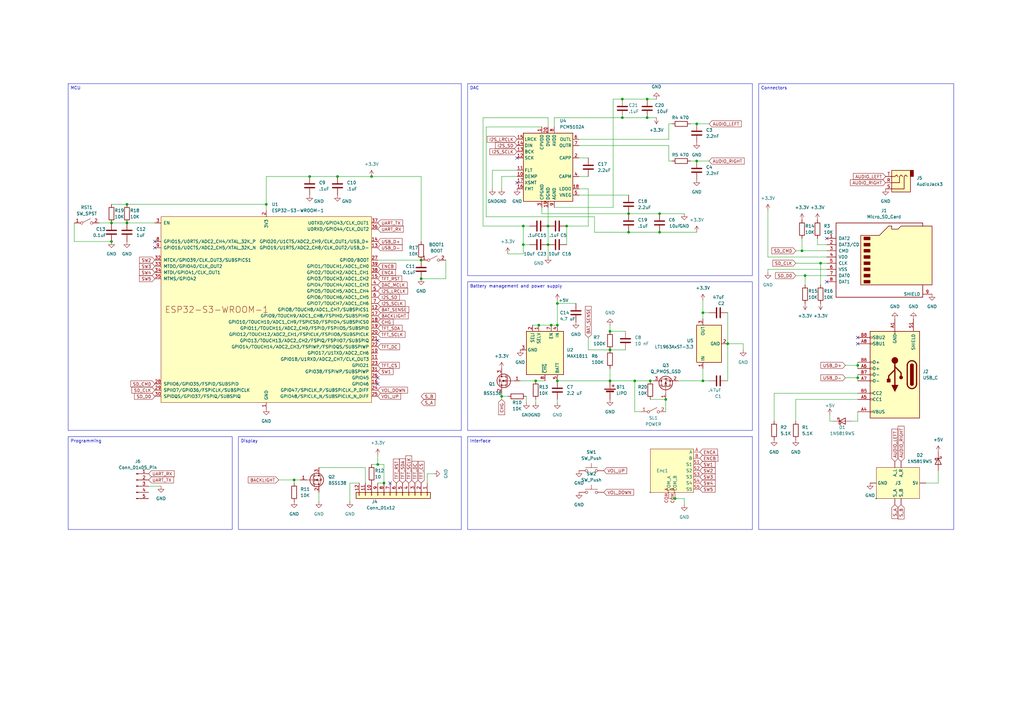
<source format=kicad_sch>
(kicad_sch (version 20231120) (generator "eeschema") (generator_version "8.0")
  (paper "A3")
  (junction (at 351.79 149.86))
  (junction (at 228.6 124.46))
  (junction (at 330.2 113.03))
  (junction (at 250.19 143.51))
  (junction (at 228.6 156.21))
  (junction (at 266.7 156.21))
  (junction (at 138.43 72.39))
  (junction (at 120.65 196.85))
  (junction (at 45.72 99.06))
  (junction (at 214.63 100.33))
  (junction (at 336.55 107.95))
  (junction (at 265.43 48.26))
  (junction (at 228.6 133.35))
  (junction (at 285.75 66.04))
  (junction (at 270.51 95.25))
  (junction (at 260.35 156.21))
  (junction (at 219.71 156.21))
  (junction (at 152.4 72.39))
  (junction (at 328.93 102.87))
  (junction (at 232.41 92.71))
  (junction (at 224.79 100.33))
  (junction (at 270.51 87.63))
  (junction (at 257.81 95.25))
  (junction (at 52.07 83.82))
  (junction (at 172.72 114.3))
  (junction (at 205.74 162.56))
  (junction (at 255.27 40.64))
  (junction (at 127 72.39))
  (junction (at 298.45 140.97))
  (junction (at 220.98 133.35))
  (junction (at 288.29 156.21))
  (junction (at 265.43 40.64))
  (junction (at 257.81 87.63))
  (junction (at 154.94 190.5))
  (junction (at 224.79 92.71))
  (junction (at 157.48 198.12))
  (junction (at 250.19 135.89))
  (junction (at 172.72 106.68))
  (junction (at 288.29 128.27))
  (junction (at 276.86 204.47))
  (junction (at 226.06 133.35))
  (junction (at 285.75 50.8))
  (junction (at 45.72 91.44))
  (junction (at 52.07 91.44))
  (junction (at 250.19 156.21))
  (junction (at 273.05 163.83))
  (junction (at 214.63 92.71))
  (junction (at 351.79 154.94))
  (junction (at 255.27 48.26))
  (junction (at 109.22 83.82))
  (no_connect (at 339.09 115.57))
  (no_connect (at 154.94 139.7))
  (no_connect (at 160.02 198.12))
  (no_connect (at 339.09 97.79))
  (no_connect (at 154.94 157.48))
  (no_connect (at 351.79 140.97))
  (no_connect (at 154.94 154.94))
  (no_connect (at 63.5 101.6))
  (no_connect (at 212.09 64.77))
  (no_connect (at 351.79 138.43))
  (no_connect (at 63.5 99.06))
  (no_connect (at 212.09 74.93))
  (wire (pts (xy 270.51 95.25) (xy 285.75 95.25)))
  (wire (pts (xy 285.75 50.8) (xy 290.83 50.8)))
  (wire (pts (xy 222.25 87.63) (xy 257.81 87.63)))
  (wire (pts (xy 265.43 40.64) (xy 269.24 40.64)))
  (wire (pts (xy 138.43 72.39) (xy 152.4 72.39)))
  (wire (pts (xy 224.79 85.09) (xy 224.79 92.71)))
  (wire (pts (xy 317.5 161.29) (xy 351.79 161.29)))
  (wire (pts (xy 60.96 199.39) (xy 66.04 199.39)))
  (wire (pts (xy 278.13 156.21) (xy 288.29 156.21)))
  (wire (pts (xy 346.71 154.94) (xy 351.79 154.94)))
  (wire (pts (xy 30.48 99.06) (xy 45.72 99.06)))
  (wire (pts (xy 214.63 92.71) (xy 217.17 92.71)))
  (wire (pts (xy 143.51 205.74) (xy 143.51 198.12)))
  (wire (pts (xy 228.6 123.19) (xy 228.6 124.46)))
  (wire (pts (xy 298.45 140.97) (xy 298.45 128.27)))
  (wire (pts (xy 326.39 163.83) (xy 351.79 163.83)))
  (wire (pts (xy 283.21 50.8) (xy 285.75 50.8)))
  (wire (pts (xy 283.21 66.04) (xy 285.75 66.04)))
  (wire (pts (xy 114.3 196.85) (xy 120.65 196.85)))
  (wire (pts (xy 154.94 190.5) (xy 157.48 190.5)))
  (wire (pts (xy 154.94 186.69) (xy 154.94 190.5)))
  (wire (pts (xy 339.09 105.41) (xy 314.96 105.41)))
  (wire (pts (xy 205.74 163.83) (xy 205.74 162.56)))
  (wire (pts (xy 351.79 168.91) (xy 351.79 172.72)))
  (wire (pts (xy 218.44 133.35) (xy 220.98 133.35)))
  (wire (pts (xy 288.29 128.27) (xy 288.29 130.81)))
  (wire (pts (xy 250.19 151.13) (xy 250.19 156.21)))
  (wire (pts (xy 336.55 107.95) (xy 339.09 107.95)))
  (wire (pts (xy 149.86 191.77) (xy 149.86 198.12)))
  (wire (pts (xy 214.63 100.33) (xy 214.63 92.71)))
  (wire (pts (xy 219.71 156.21) (xy 213.36 156.21)))
  (wire (pts (xy 224.79 92.71) (xy 224.79 100.33)))
  (wire (pts (xy 154.94 190.5) (xy 152.4 190.5)))
  (wire (pts (xy 260.35 168.91) (xy 260.35 156.21)))
  (wire (pts (xy 198.12 48.26) (xy 224.79 48.26)))
  (wire (pts (xy 228.6 124.46) (xy 236.22 124.46)))
  (wire (pts (xy 250.19 156.21) (xy 260.35 156.21)))
  (wire (pts (xy 326.39 113.03) (xy 330.2 113.03)))
  (wire (pts (xy 243.84 95.25) (xy 257.81 95.25)))
  (wire (pts (xy 52.07 91.44) (xy 63.5 91.44)))
  (wire (pts (xy 351.79 172.72) (xy 349.25 172.72)))
  (wire (pts (xy 222.25 85.09) (xy 222.25 87.63)))
  (wire (pts (xy 214.63 100.33) (xy 214.63 104.14)))
  (wire (pts (xy 336.55 107.95) (xy 336.55 116.84)))
  (wire (pts (xy 120.65 198.12) (xy 120.65 196.85)))
  (wire (pts (xy 288.29 156.21) (xy 288.29 151.13)))
  (wire (pts (xy 314.96 110.49) (xy 314.96 111.76)))
  (wire (pts (xy 251.46 40.64) (xy 255.27 40.64)))
  (wire (pts (xy 326.39 102.87) (xy 328.93 102.87)))
  (wire (pts (xy 228.6 124.46) (xy 228.6 133.35)))
  (wire (pts (xy 205.74 77.47) (xy 205.74 72.39)))
  (wire (pts (xy 384.81 198.12) (xy 384.81 193.04)))
  (wire (pts (xy 274.32 204.47) (xy 276.86 204.47)))
  (wire (pts (xy 335.28 100.33) (xy 335.28 97.79)))
  (wire (pts (xy 154.94 106.68) (xy 172.72 106.68)))
  (wire (pts (xy 346.71 149.86) (xy 351.79 149.86)))
  (wire (pts (xy 288.29 123.19) (xy 288.29 128.27)))
  (wire (pts (xy 250.19 135.89) (xy 256.54 135.89)))
  (wire (pts (xy 328.93 102.87) (xy 339.09 102.87)))
  (wire (pts (xy 215.9 162.56) (xy 215.9 165.1)))
  (wire (pts (xy 217.17 100.33) (xy 214.63 100.33)))
  (wire (pts (xy 237.49 64.77) (xy 241.3 64.77)))
  (wire (pts (xy 339.09 110.49) (xy 314.96 110.49)))
  (wire (pts (xy 237.49 59.69) (xy 274.32 59.69)))
  (wire (pts (xy 237.49 80.01) (xy 257.81 80.01)))
  (wire (pts (xy 175.26 198.12) (xy 175.26 194.31)))
  (wire (pts (xy 228.6 156.21) (xy 250.19 156.21)))
  (wire (pts (xy 266.7 163.83) (xy 273.05 163.83)))
  (wire (pts (xy 328.93 97.79) (xy 328.93 102.87)))
  (wire (pts (xy 52.07 83.82) (xy 109.22 83.82)))
  (wire (pts (xy 227.33 48.26) (xy 255.27 48.26)))
  (wire (pts (xy 298.45 140.97) (xy 304.8 140.97)))
  (wire (pts (xy 143.51 198.12) (xy 147.32 198.12)))
  (wire (pts (xy 109.22 72.39) (xy 127 72.39)))
  (wire (pts (xy 340.36 172.72) (xy 341.63 172.72)))
  (wire (pts (xy 208.28 104.14) (xy 214.63 104.14)))
  (wire (pts (xy 280.67 204.47) (xy 280.67 207.01)))
  (wire (pts (xy 317.5 172.72) (xy 317.5 161.29)))
  (wire (pts (xy 274.32 57.15) (xy 274.32 50.8)))
  (wire (pts (xy 274.32 50.8) (xy 275.59 50.8)))
  (wire (pts (xy 30.48 91.44) (xy 30.48 99.06)))
  (wire (pts (xy 257.81 87.63) (xy 270.51 87.63)))
  (wire (pts (xy 326.39 107.95) (xy 336.55 107.95)))
  (wire (pts (xy 172.72 72.39) (xy 152.4 72.39)))
  (wire (pts (xy 226.06 133.35) (xy 228.6 133.35)))
  (wire (pts (xy 379.73 198.12) (xy 384.81 198.12)))
  (wire (pts (xy 290.83 66.04) (xy 285.75 66.04)))
  (wire (pts (xy 330.2 113.03) (xy 339.09 113.03)))
  (wire (pts (xy 326.39 172.72) (xy 326.39 163.83)))
  (wire (pts (xy 241.3 138.43) (xy 241.3 143.51)))
  (wire (pts (xy 198.12 92.71) (xy 198.12 48.26)))
  (wire (pts (xy 40.64 91.44) (xy 45.72 91.44)))
  (wire (pts (xy 219.71 163.83) (xy 219.71 165.1)))
  (wire (pts (xy 288.29 128.27) (xy 290.83 128.27)))
  (wire (pts (xy 250.19 143.51) (xy 256.54 143.51)))
  (wire (pts (xy 304.8 140.97) (xy 304.8 143.51)))
  (wire (pts (xy 351.79 148.59) (xy 351.79 149.86)))
  (wire (pts (xy 205.74 72.39) (xy 212.09 72.39)))
  (wire (pts (xy 255.27 40.64) (xy 265.43 40.64)))
  (wire (pts (xy 205.74 162.56) (xy 205.74 161.29)))
  (wire (pts (xy 201.93 69.85) (xy 212.09 69.85)))
  (wire (pts (xy 222.25 52.07) (xy 199.39 52.07)))
  (wire (pts (xy 250.19 133.35) (xy 250.19 135.89)))
  (wire (pts (xy 175.26 194.31) (xy 177.8 194.31)))
  (wire (pts (xy 241.3 92.71) (xy 232.41 92.71)))
  (wire (pts (xy 109.22 83.82) (xy 109.22 72.39)))
  (wire (pts (xy 237.49 77.47) (xy 241.3 77.47)))
  (wire (pts (xy 220.98 133.35) (xy 226.06 133.35)))
  (wire (pts (xy 157.48 198.12) (xy 157.48 190.5)))
  (wire (pts (xy 351.79 149.86) (xy 351.79 151.13)))
  (wire (pts (xy 262.89 168.91) (xy 260.35 168.91)))
  (wire (pts (xy 199.39 88.9) (xy 243.84 88.9)))
  (wire (pts (xy 199.39 52.07) (xy 199.39 88.9)))
  (wire (pts (xy 201.93 77.47) (xy 201.93 69.85)))
  (wire (pts (xy 351.79 154.94) (xy 351.79 156.21)))
  (wire (pts (xy 274.32 59.69) (xy 274.32 66.04)))
  (wire (pts (xy 237.49 72.39) (xy 241.3 72.39)))
  (wire (pts (xy 351.79 153.67) (xy 351.79 154.94)))
  (wire (pts (xy 340.36 172.72) (xy 340.36 170.18)))
  (wire (pts (xy 172.72 99.06) (xy 172.72 72.39)))
  (wire (pts (xy 154.94 198.12) (xy 157.48 198.12)))
  (wire (pts (xy 255.27 48.26) (xy 265.43 48.26)))
  (wire (pts (xy 130.81 201.93) (xy 130.81 205.74)))
  (wire (pts (xy 227.33 52.07) (xy 227.33 48.26)))
  (wire (pts (xy 241.3 77.47) (xy 241.3 92.71)))
  (wire (pts (xy 120.65 196.85) (xy 123.19 196.85)))
  (wire (pts (xy 172.72 114.3) (xy 182.88 114.3)))
  (wire (pts (xy 109.22 86.36) (xy 109.22 83.82)))
  (wire (pts (xy 232.41 92.71) (xy 232.41 100.33)))
  (wire (pts (xy 127 72.39) (xy 138.43 72.39)))
  (wire (pts (xy 270.51 87.63) (xy 280.67 87.63)))
  (wire (pts (xy 266.7 156.21) (xy 267.97 156.21)))
  (wire (pts (xy 251.46 85.09) (xy 251.46 40.64)))
  (wire (pts (xy 298.45 140.97) (xy 298.45 156.21)))
  (wire (pts (xy 276.86 204.47) (xy 280.67 204.47)))
  (wire (pts (xy 130.81 191.77) (xy 149.86 191.77)))
  (wire (pts (xy 260.35 156.21) (xy 266.7 156.21)))
  (wire (pts (xy 257.81 95.25) (xy 270.51 95.25)))
  (wire (pts (xy 314.96 105.41) (xy 314.96 86.36)))
  (wire (pts (xy 273.05 163.83) (xy 273.05 168.91)))
  (wire (pts (xy 330.2 113.03) (xy 330.2 116.84)))
  (wire (pts (xy 237.49 57.15) (xy 274.32 57.15)))
  (wire (pts (xy 182.88 114.3) (xy 182.88 106.68)))
  (wire (pts (xy 274.32 66.04) (xy 275.59 66.04)))
  (wire (pts (xy 339.09 100.33) (xy 335.28 100.33)))
  (wire (pts (xy 227.33 85.09) (xy 251.46 85.09)))
  (wire (pts (xy 228.6 165.1) (xy 228.6 163.83)))
  (wire (pts (xy 223.52 156.21) (xy 219.71 156.21)))
  (wire (pts (xy 45.72 91.44) (xy 52.07 91.44)))
  (wire (pts (xy 288.29 156.21) (xy 290.83 156.21)))
  (wire (pts (xy 224.79 100.33) (xy 224.79 105.41)))
  (wire (pts (xy 198.12 92.71) (xy 214.63 92.71)))
  (wire (pts (xy 45.72 83.82) (xy 52.07 83.82)))
  (wire (pts (xy 224.79 48.26) (xy 224.79 52.07)))
  (wire (pts (xy 265.43 48.26) (xy 269.24 48.26)))
  (wire (pts (xy 243.84 88.9) (xy 243.84 95.25)))
  (wire (pts (xy 205.74 162.56) (xy 208.28 162.56)))
  (wire (pts (xy 241.3 143.51) (xy 250.19 143.51)))
  (text_box "Interface" (at 191.77 179.07 0) (size 116.84 38.1) (effects (font (size 1.27 1.27)) (justify left top)))
  (text_box "Display" (at 97.79 179.07 0) (size 91.44 38.1) (effects (font (size 1.27 1.27)) (justify left top)))
  (text_box "DAC" (at 191.77 34.29 0) (size 116.84 78.74) (effects (font (size 1.27 1.27)) (justify left top)))
  (text_box "Connectors" (at 311.15 34.29 0) (size 80.01 182.88) (effects (font (size 1.27 1.27)) (justify left top)))
  (text_box "Battery management and power supply\n" (at 191.77 115.57 0) (size 116.84 60.96) (effects (font (size 1.27 1.27)) (justify left top)))
  (text_box "Programming" (at 27.94 179.07 0) (size 67.31 38.1) (effects (font (size 1.27 1.27)) (justify left top)))
  (text_box "MCU\n" (at 27.94 34.29 0) (size 161.29 142.24) (effects (font (size 1.27 1.27)) (justify left top)))
  (global_label "SW1" (shape input) (at 154.94 152.4 0) (property "Intersheetrefs" "${INTERSHEET_REFS}" (effects (hide yes))))
  (global_label "USB_D+" (shape input) (at 154.94 99.06 0) (property "Intersheetrefs" "${INTERSHEET_REFS}" (effects (hide yes))))
  (global_label "SD_D0" (shape input) (at 326.39 113.03 180) (property "Intersheetrefs" "${INTERSHEET_REFS}" (effects (hide yes))))
  (global_label "AUDIO_LEFT" (shape input) (at 363.22 72.39 180) (property "Intersheetrefs" "${INTERSHEET_REFS}" (effects (hide yes))))
  (global_label "I2S_SCLK" (shape input) (at 154.94 124.46 0) (property "Intersheetrefs" "${INTERSHEET_REFS}" (effects (hide yes))))
  (global_label "VOL_UP" (shape input) (at 154.94 162.56 0) (property "Intersheetrefs" "${INTERSHEET_REFS}" (effects (hide yes))))
  (global_label "CHG" (shape input) (at 154.94 132.08 0) (property "Intersheetrefs" "${INTERSHEET_REFS}" (effects (hide yes))))
  (global_label "TFT_CS" (shape input) (at 172.72 198.12 90) (property "Intersheetrefs" "${INTERSHEET_REFS}" (effects (hide yes))))
  (global_label "USB_D-" (shape input) (at 154.94 101.6 0) (property "Intersheetrefs" "${INTERSHEET_REFS}" (effects (hide yes))))
  (global_label "SW1" (shape input) (at 287.02 190.5 0) (property "Intersheetrefs" "${INTERSHEET_REFS}" (effects (hide yes))))
  (global_label "TFT_SCLK" (shape input) (at 154.94 137.16 0) (property "Intersheetrefs" "${INTERSHEET_REFS}" (effects (hide yes))))
  (global_label "SW5" (shape input) (at 63.5 114.3 180) (property "Intersheetrefs" "${INTERSHEET_REFS}" (effects (hide yes))))
  (global_label "USB_D-" (shape input) (at 346.71 154.94 180) (property "Intersheetrefs" "${INTERSHEET_REFS}" (effects (hide yes))))
  (global_label "S_B" (shape input) (at 369.57 207.01 270) (property "Intersheetrefs" "${INTERSHEET_REFS}" (effects (hide yes))))
  (global_label "I2S_LRCLK" (shape input) (at 212.09 57.15 180) (property "Intersheetrefs" "${INTERSHEET_REFS}" (effects (hide yes))))
  (global_label "SD_CLK" (shape input) (at 326.39 107.95 180) (property "Intersheetrefs" "${INTERSHEET_REFS}" (effects (hide yes))))
  (global_label "I2S_SCLK" (shape input) (at 212.09 62.23 180) (property "Intersheetrefs" "${INTERSHEET_REFS}" (effects (hide yes))))
  (global_label "TFT_DC" (shape input) (at 154.94 142.24 0) (property "Intersheetrefs" "${INTERSHEET_REFS}" (effects (hide yes))))
  (global_label "AUDIO_LEFT" (shape input) (at 290.83 50.8 0) (property "Intersheetrefs" "${INTERSHEET_REFS}" (effects (hide yes))))
  (global_label "I2S_SD" (shape input) (at 154.94 121.92 0) (property "Intersheetrefs" "${INTERSHEET_REFS}" (effects (hide yes))))
  (global_label "ENCA" (shape input) (at 287.02 185.42 0) (property "Intersheetrefs" "${INTERSHEET_REFS}" (effects (hide yes))))
  (global_label "VOL_DOWN" (shape input) (at 247.65 201.93 0) (property "Intersheetrefs" "${INTERSHEET_REFS}" (effects (hide yes))))
  (global_label "SW2" (shape input) (at 63.5 106.68 180) (property "Intersheetrefs" "${INTERSHEET_REFS}" (effects (hide yes))))
  (global_label "SW3" (shape input) (at 63.5 109.22 180) (property "Intersheetrefs" "${INTERSHEET_REFS}" (effects (hide yes))))
  (global_label "VOL_DOWN" (shape input) (at 154.94 160.02 0) (property "Intersheetrefs" "${INTERSHEET_REFS}" (effects (hide yes))))
  (global_label "SW5" (shape input) (at 287.02 200.66 0) (property "Intersheetrefs" "${INTERSHEET_REFS}" (effects (hide yes))))
  (global_label "ENCB" (shape input) (at 154.94 109.22 0) (property "Intersheetrefs" "${INTERSHEET_REFS}" (effects (hide yes))))
  (global_label "UART_TX" (shape input) (at 154.94 91.44 0) (property "Intersheetrefs" "${INTERSHEET_REFS}" (effects (hide yes))))
  (global_label "TFT_SCLK" (shape input) (at 167.64 198.12 90) (property "Intersheetrefs" "${INTERSHEET_REFS}" (effects (hide yes))))
  (global_label "TFT_CS" (shape input) (at 154.94 149.86 0) (property "Intersheetrefs" "${INTERSHEET_REFS}" (effects (hide yes))))
  (global_label "SW3" (shape input) (at 287.02 195.58 0) (property "Intersheetrefs" "${INTERSHEET_REFS}" (effects (hide yes))))
  (global_label "AUDIO_RIGHT" (shape input) (at 290.83 66.04 0) (property "Intersheetrefs" "${INTERSHEET_REFS}" (effects (hide yes))))
  (global_label "SW4" (shape input) (at 63.5 111.76 180) (property "Intersheetrefs" "${INTERSHEET_REFS}" (effects (hide yes))))
  (global_label "UART_RX" (shape input) (at 154.94 93.98 0) (property "Intersheetrefs" "${INTERSHEET_REFS}" (effects (hide yes))))
  (global_label "BACKLIGHT" (shape input) (at 154.94 129.54 0) (property "Intersheetrefs" "${INTERSHEET_REFS}" (effects (hide yes))))
  (global_label "VOL_UP" (shape input) (at 247.65 193.04 0) (property "Intersheetrefs" "${INTERSHEET_REFS}" (effects (hide yes))))
  (global_label "SW4" (shape input) (at 287.02 198.12 0) (property "Intersheetrefs" "${INTERSHEET_REFS}" (effects (hide yes))))
  (global_label "USB_D+" (shape input) (at 346.71 149.86 180) (property "Intersheetrefs" "${INTERSHEET_REFS}" (effects (hide yes))))
  (global_label "AUDIO_RIGHT" (shape input) (at 369.57 189.23 90) (property "Intersheetrefs" "${INTERSHEET_REFS}" (effects (hide yes))))
  (global_label "SD_CMD" (shape input) (at 63.5 157.48 180) (property "Intersheetrefs" "${INTERSHEET_REFS}" (effects (hide yes))))
  (global_label "I2S_LRCLK" (shape input) (at 154.94 119.38 0) (property "Intersheetrefs" "${INTERSHEET_REFS}" (effects (hide yes))))
  (global_label "TFT_SDA" (shape input) (at 165.1 198.12 90) (property "Intersheetrefs" "${INTERSHEET_REFS}" (effects (hide yes))))
  (global_label "BAT_SENSE" (shape input) (at 154.94 127 0) (property "Intersheetrefs" "${INTERSHEET_REFS}" (effects (hide yes))))
  (global_label "TFT_RST" (shape input) (at 154.94 114.3 0) (property "Intersheetrefs" "${INTERSHEET_REFS}" (effects (hide yes))))
  (global_label "S_B" (shape input) (at 172.72 162.56 0) (property "Intersheetrefs" "${INTERSHEET_REFS}" (effects (hide yes))))
  (global_label "TFT_DC" (shape input) (at 170.18 198.12 90) (property "Intersheetrefs" "${INTERSHEET_REFS}" (effects (hide yes))))
  (global_label "ENCB" (shape input) (at 287.02 187.96 0) (property "Intersheetrefs" "${INTERSHEET_REFS}" (effects (hide yes))))
  (global_label "BAT_SENSE" (shape input) (at 241.3 138.43 90) (property "Intersheetrefs" "${INTERSHEET_REFS}" (effects (hide yes))))
  (global_label "UART_TX" (shape input) (at 60.96 196.85 0) (property "Intersheetrefs" "${INTERSHEET_REFS}" (effects (hide yes))))
  (global_label "TFT_RST" (shape input) (at 162.56 198.12 90) (property "Intersheetrefs" "${INTERSHEET_REFS}" (effects (hide yes))))
  (global_label "SW2" (shape input) (at 287.02 193.04 0) (property "Intersheetrefs" "${INTERSHEET_REFS}" (effects (hide yes))))
  (global_label "SD_D0" (shape input) (at 63.5 162.56 180) (property "Intersheetrefs" "${INTERSHEET_REFS}" (effects (hide yes))))
  (global_label "SD_CLK" (shape input) (at 63.5 160.02 180) (property "Intersheetrefs" "${INTERSHEET_REFS}" (effects (hide yes))))
  (global_label "I2S_SD" (shape input) (at 212.09 59.69 180) (property "Intersheetrefs" "${INTERSHEET_REFS}" (effects (hide yes))))
  (global_label "DAC_MCLK" (shape input) (at 154.94 116.84 0) (property "Intersheetrefs" "${INTERSHEET_REFS}" (effects (hide yes))))
  (global_label "SD_CMD" (shape input) (at 326.39 102.87 180) (property "Intersheetrefs" "${INTERSHEET_REFS}" (effects (hide yes))))
  (global_label "UART_RX" (shape input) (at 60.96 194.31 0) (property "Intersheetrefs" "${INTERSHEET_REFS}" (effects (hide yes))))
  (global_label "ENCA" (shape input) (at 154.94 111.76 0) (property "Intersheetrefs" "${INTERSHEET_REFS}" (effects (hide yes))))
  (global_label "S_A" (shape input) (at 367.03 207.01 270) (property "Intersheetrefs" "${INTERSHEET_REFS}" (effects (hide yes))))
  (global_label "BACKLIGHT" (shape input) (at 114.3 196.85 180) (property "Intersheetrefs" "${INTERSHEET_REFS}" (effects (hide yes))))
  (global_label "AUDIO_LEFT" (shape input) (at 367.03 189.23 90) (property "Intersheetrefs" "${INTERSHEET_REFS}" (effects (hide yes))))
  (global_label "CHG" (shape input) (at 205.74 163.83 270) (property "Intersheetrefs" "${INTERSHEET_REFS}" (effects (hide yes))))
  (global_label "S_A" (shape input) (at 172.72 165.1 0) (property "Intersheetrefs" "${INTERSHEET_REFS}" (effects (hide yes))))
  (global_label "AUDIO_RIGHT" (shape input) (at 363.22 74.93 180) (property "Intersheetrefs" "${INTERSHEET_REFS}" (effects (hide yes))))
  (global_label "TFT_SDA" (shape input) (at 154.94 134.62 0) (property "Intersheetrefs" "${INTERSHEET_REFS}" (effects (hide yes))))
  (symbol (lib_id "Connector:Micro_SD_Card") (at 361.95 105.41 0) (unit 1)
    (property "Reference" "J1" (at 362.585 86.36 0))
    (property "Value" "Micro_SD_Card" (at 362.585 88.9 0))
    (property "Footprint" "Connector_Card:microSD_HC_Molex_104031-0811" (effects (hide yes)))
    (property "Datasheet" "http://katalog.we-online.de/em/datasheet/693072010801.pdf" (effects (hide yes)))
  )
  (symbol (lib_name "GND_3") (lib_id "power:GND") (at 304.8 143.51 0) (unit 1)
    (property "Reference" "#PWR07" (effects (hide yes)))
    (property "Value" "GND" (at 304.8 148.59 0))
    (property "Description" "Power symbol creates a global label with name \"GND\" , ground" (effects (hide yes)))
  )
  (symbol (lib_id "customlibrary:JPLConnector") (at 359.41 204.47 0) (unit 1)
    (property "Reference" "J3" (at 368.3 198.12 0))
    (property "Value" "~" (at 359.41 204.47 0))
  )
  (symbol (lib_id "customlibrary:ANO_Rotary_Encoder") (at 266.7 201.93 0) (unit 1)
    (property "Reference" "Enc1" (at 269.24 193.04 0) (effects (justify left)))
    (property "Value" "~" (at 266.7 201.93 0))
    (property "Footprint" "footprints:ANO Rotary Encoder" (effects (hide yes)))
  )
  (symbol (lib_name "GND_1") (lib_id "power:GND") (at 269.24 40.64 180) (unit 1)
    (property "Reference" "#PWR034" (effects (hide yes)))
    (property "Value" "GND" (at 269.24 35.56 0))
    (property "Description" "Power symbol creates a global label with name \"GND\" , ground" (effects (hide yes)))
  )
  (symbol (lib_id "Connector:Conn_01x05_Pin") (at 55.88 199.39 0) (unit 1)
    (property "Reference" "J6" (at 56.515 189.23 0))
    (property "Value" "Conn_01x05_Pin" (at 56.515 191.77 0))
    (property "Footprint" "footprints:Positive_Altitude_SWD_Connector" (effects (hide yes)))
  )
  (symbol (lib_id "power:GND") (at 326.39 180.34 0) (unit 1)
    (property "Reference" "#PWR02" (effects (hide yes)))
    (property "Value" "GND" (at 326.39 185.42 0))
  )
  (symbol (lib_id "Device:C") (at 285.75 69.85 0) (unit 1)
    (property "Reference" "C4" (at 289.56 68.58 0) (effects (justify left)))
    (property "Value" "2.2nF" (at 289.56 71.12 0) (effects (justify left)))
    (property "Footprint" "Capacitor_SMD:C_0603_1608Metric" (effects (hide yes)))
  )
  (symbol (lib_id "Device:C") (at 255.27 44.45 0) (unit 1)
    (property "Reference" "C21" (at 257.81 43.18 0) (effects (justify left)))
    (property "Value" ".1uF" (at 257.81 45.72 0) (effects (justify left)))
    (property "Footprint" "Capacitor_SMD:C_0603_1608Metric" (effects (hide yes)))
  )
  (symbol (lib_id "power:GND") (at 367.03 130.81 180) (unit 1)
    (property "Reference" "#PWR023" (effects (hide yes)))
    (property "Value" "GND" (at 367.03 125.73 0))
  )
  (symbol (lib_id "power:GND") (at 45.72 99.06 0) (unit 1)
    (property "Reference" "#PWR046" (effects (hide yes)))
    (property "Value" "GND" (at 45.72 104.14 0))
  )
  (symbol (lib_id "power:GND") (at 143.51 205.74 0) (unit 1)
    (property "Reference" "#PWR028" (effects (hide yes)))
    (property "Value" "GND" (at 143.51 210.82 0))
  )
  (symbol (lib_id "power:GND") (at 177.8 194.31 90) (unit 1)
    (property "Reference" "#PWR026" (effects (hide yes)))
    (property "Value" "GND" (at 182.88 194.31 0))
  )
  (symbol (lib_id "Device:R") (at 330.2 120.65 0) (unit 1)
    (property "Reference" "R15" (at 331.47 119.38 0) (effects (justify left)))
    (property "Value" "10K" (at 331.47 121.92 0) (effects (justify left)))
    (property "Footprint" "Resistor_SMD:R_0603_1608Metric" (effects (hide yes)))
  )
  (symbol (lib_id "power:GND") (at 224.79 105.41 0) (unit 1)
    (property "Reference" "#PWR030" (effects (hide yes)))
    (property "Value" "GND" (at 220.98 107.95 0))
  )
  (symbol (lib_id "Audio:PCM5102A") (at 224.79 67.31 0) (unit 1)
    (property "Reference" "U4" (at 229.5241 49.53 0) (effects (justify left)))
    (property "Value" "PCM5102A" (at 229.5241 52.07 0) (effects (justify left)))
    (property "Footprint" "Package_SO:TSSOP-20_4.4x6.5mm_P0.65mm" (effects (hide yes)))
    (property "Datasheet" "https://www.ti.com/lit/ds/symlink/pcm5102a.pdf" (effects (hide yes)))
  )
  (symbol (lib_id "Device:C") (at 256.54 139.7 0) (unit 1)
    (property "Reference" "C8" (at 260.35 138.43 0) (effects (justify left)))
    (property "Value" "10 nF" (at 260.35 140.97 0) (effects (justify left)))
    (property "Footprint" "Capacitor_SMD:C_0603_1608Metric" (effects (hide yes)))
  )
  (symbol (lib_id "Transistor_FET:BSS138") (at 208.28 156.21 0) (mirror y) (unit 1)
    (property "Reference" "Q1" (at 203.2 157.48 0) (effects (justify left)))
    (property "Value" "BSS138" (at 205.74 161.29 0) (effects (justify left)))
    (property "Footprint" "Package_TO_SOT_SMD:SOT-23" (effects (hide yes)))
    (property "Datasheet" "https://www.onsemi.com/pub/Collateral/BSS138-D.PDF" (effects (hide yes)))
  )
  (symbol (lib_id "Device:C") (at 138.43 76.2 0) (unit 1)
    (property "Reference" "C10" (at 142.24 74.93 0) (effects (justify left)))
    (property "Value" ".1uF" (at 142.24 77.47 0) (effects (justify left)))
    (property "Footprint" "Capacitor_SMD:C_0603_1608Metric" (effects (hide yes)))
  )
  (symbol (lib_id "PCM_Espressif:ESP32-S3-WROOM-1") (at 109.22 127 0) (unit 1)
    (property "Reference" "U1" (at 111.4141 83.82 0) (effects (justify left)))
    (property "Value" "ESP32-S3-WROOM-1" (at 111.4141 86.36 0) (effects (justify left)))
    (property "Footprint" "PCM_Espressif:ESP32-S3-WROOM-1" (effects (hide yes)))
    (property "Datasheet" "https://www.espressif.com/sites/default/files/documentation/esp32-s3-wroom-1_wroom-1u_datasheet_en.pdf" (effects (hide yes)))
  )
  (symbol (lib_id "power:+5V") (at 228.6 123.19 0) (unit 1)
    (property "Reference" "#PWR013" (effects (hide yes)))
    (property "Value" "+5V" (at 231.14 123.19 0))
  )
  (symbol (lib_id "power:+3.3V") (at 152.4 72.39 0) (unit 1)
    (property "Reference" "#PWR021" (effects (hide yes)))
    (property "Value" "+3.3V" (at 152.4 67.31 0))
  )
  (symbol (lib_id "Device:Battery_Cell") (at 250.19 161.29 0) (unit 1)
    (property "Reference" "BT1" (at 252.73 158.75 0) (effects (justify left)))
    (property "Value" "LIPO" (at 252.73 161.29 0) (effects (justify left)))
  )
  (symbol (lib_id "Device:C") (at 257.81 83.82 0) (unit 1)
    (property "Reference" "C18" (at 261.62 82.55 0) (effects (justify left)))
    (property "Value" "2.2uF" (at 261.62 85.09 0) (effects (justify left)))
    (property "Footprint" "Capacitor_SMD:C_0603_1608Metric" (effects (hide yes)))
  )
  (symbol (lib_id "Device:R") (at 266.7 160.02 0) (unit 1)
    (property "Reference" "R20" (at 261.62 158.75 0) (effects (justify left)))
    (property "Value" "10K" (at 261.62 161.29 0) (effects (justify left)))
    (property "Footprint" "Resistor_SMD:R_0603_1608Metric" (effects (hide yes)))
  )
  (symbol (lib_id "power:+3.3V") (at 335.28 90.17 0) (unit 1)
    (property "Reference" "#PWR06" (effects (hide yes)))
    (property "Value" "+3.3V" (at 335.28 85.09 0))
  )
  (symbol (lib_id "Device:R") (at 279.4 66.04 90) (unit 1)
    (property "Reference" "R5" (at 276.86 63.5 90))
    (property "Value" "470" (at 280.67 63.5 90))
    (property "Footprint" "Resistor_SMD:R_0603_1608Metric" (effects (hide yes)))
  )
  (symbol (lib_id "power:+3.3V") (at 288.29 123.19 0) (unit 1)
    (property "Reference" "#PWR08" (effects (hide yes)))
    (property "Value" "+3.3V" (at 288.29 118.11 0))
  )
  (symbol (lib_id "Device:C") (at 228.6 100.33 90) (unit 1)
    (property "Reference" "C16" (at 232.41 104.14 90))
    (property "Value" "10uF" (at 227.33 104.14 90))
    (property "Footprint" "Capacitor_SMD:C_0603_1608Metric" (effects (hide yes)))
  )
  (symbol (lib_id "power:GND") (at 66.04 199.39 0) (unit 1)
    (property "Reference" "#PWR049" (effects (hide yes)))
    (property "Value" "GND" (at 66.04 204.47 0))
  )
  (symbol (lib_id "power:GND") (at 215.9 165.1 0) (unit 1)
    (property "Reference" "#PWR035" (effects (hide yes)))
    (property "Value" "GND" (at 215.9 170.18 0))
  )
  (symbol (lib_id "power:GND") (at 363.22 77.47 0) (unit 1)
    (property "Reference" "#PWR025" (effects (hide yes)))
    (property "Value" "GND" (at 363.22 82.55 0))
  )
  (symbol (lib_id "power:+3.3V") (at 328.93 90.17 0) (unit 1)
    (property "Reference" "#PWR042" (effects (hide yes)))
    (property "Value" "+3.3V" (at 328.93 85.09 0))
  )
  (symbol (lib_id "Device:C") (at 294.64 128.27 90) (unit 1)
    (property "Reference" "C2" (at 297.18 124.46 90) (effects (justify left)))
    (property "Value" "47uF" (at 297.18 121.92 90) (effects (justify left)))
    (property "Footprint" "Capacitor_SMD:C_1210_3225Metric" (effects (hide yes)))
  )
  (symbol (lib_id "Device:C") (at 220.98 92.71 90) (unit 1)
    (property "Reference" "C15" (at 222.25 96.52 90))
    (property "Value" ".1uF" (at 218.44 96.52 90))
    (property "Footprint" "Capacitor_SMD:C_0603_1608Metric" (effects (hide yes)))
  )
  (symbol (lib_id "Connector:USB_C_Receptacle_USB2.0") (at 367.03 153.67 180) (unit 1)
    (property "Reference" "J2" (at 378.46 152.4 0) (effects (justify right)))
    (property "Value" "USB_C" (at 378.46 154.94 0) (effects (justify right)))
    (property "Footprint" "Connector_USB:USB_C_Receptacle_G-Switch_GT-USB-7010ASV" (effects (hide yes)))
    (property "Datasheet" "https://www.usb.org/sites/default/files/documents/usb_type-c.zip" (effects (hide yes)))
  )
  (symbol (lib_id "power:GND") (at 285.75 73.66 0) (unit 1)
    (property "Reference" "#PWR012" (effects (hide yes)))
    (property "Value" "GND" (at 285.75 78.74 0))
  )
  (symbol (lib_id "power:+5V") (at 340.36 170.18 0) (unit 1)
    (property "Reference" "#PWR03" (effects (hide yes)))
    (property "Value" "+5V" (at 340.36 166.37 0))
  )
  (symbol (lib_id "Diode:1N5819WS") (at 345.44 172.72 0) (unit 1)
    (property "Reference" "D1" (at 345.44 175.26 0))
    (property "Value" "1N5819WS" (at 345.44 177.8 0))
    (property "Footprint" "Diode_SMD:D_SOD-323" (effects (hide yes)))
    (property "Datasheet" "https://datasheet.lcsc.com/lcsc/2204281430_Guangdong-Hottech-1N5819WS_C191023.pdf" (effects (hide yes)))
  )
  (symbol (lib_id "power:+3.3V") (at 154.94 186.69 0) (unit 1)
    (property "Reference" "#PWR027" (effects (hide yes)))
    (property "Value" "+3.3V" (at 154.94 181.61 0))
  )
  (symbol (lib_id "Connector_Generic:Conn_01x12") (at 162.56 203.2 270) (unit 1)
    (property "Reference" "J4" (at 153.67 205.74 90))
    (property "Value" "Conn_01x12" (at 156.21 208.28 90))
    (property "Footprint" "Connector_FFC-FPC:TE_1-1734839-2_1x12-1MP_P0.5mm_Horizontal" (effects (hide yes)))
  )
  (symbol (lib_id "power:GND") (at 280.67 207.01 0) (unit 1)
    (property "Reference" "#PWR017" (effects (hide yes)))
    (property "Value" "GND" (at 280.67 212.09 0))
  )
  (symbol (lib_id "power:GND") (at 314.96 111.76 0) (unit 1)
    (property "Reference" "#PWR05" (effects (hide yes)))
    (property "Value" "GND" (at 314.96 116.84 0))
  )
  (symbol (lib_id "Device:R") (at 212.09 162.56 90) (unit 1)
    (property "Reference" "R10" (at 212.09 165.1 90))
    (property "Value" "10K" (at 212.09 167.64 90))
    (property "Footprint" "Resistor_SMD:R_0603_1608Metric" (effects (hide yes)))
  )
  (symbol (lib_id "power:+3.3V") (at 336.55 124.46 180) (unit 1)
    (property "Reference" "#PWR044" (effects (hide yes)))
    (property "Value" "+3.3V" (at 336.55 129.54 0))
  )
  (symbol (lib_id "Device:C") (at 228.6 92.71 90) (unit 1)
    (property "Reference" "C5" (at 231.14 96.52 90))
    (property "Value" ".1uF" (at 227.33 96.52 90))
    (property "Footprint" "Capacitor_SMD:C_0603_1608Metric" (effects (hide yes)))
  )
  (symbol (lib_id "Diode:1N5819WS") (at 384.81 189.23 270) (unit 1)
    (property "Reference" "D2" (at 375.92 186.69 90) (effects (justify left)))
    (property "Value" "1N5819WS" (at 372.11 189.23 90) (effects (justify left)))
    (property "Footprint" "Diode_SMD:D_SOD-323" (effects (hide yes)))
    (property "Datasheet" "https://datasheet.lcsc.com/lcsc/2204281430_Guangdong-Hottech-1N5819WS_C191023.pdf" (effects (hide yes)))
  )
  (symbol (lib_id "Connector_Audio:AudioJack3") (at 368.3 74.93 180) (unit 1)
    (property "Reference" "J5" (at 375.92 73.025 0) (effects (justify right)))
    (property "Value" "AudioJack3" (at 375.92 75.565 0) (effects (justify right)))
    (property "Footprint" "Connector_Audio:Jack_3.5mm_KoreanHropartsElec_PJ-320D-4A_Horizontal" (effects (hide yes)))
  )
  (symbol (lib_id "Device:C") (at 257.81 91.44 0) (unit 1)
    (property "Reference" "C19" (at 261.62 90.17 0) (effects (justify left)))
    (property "Value" ".1uF" (at 261.62 92.71 0) (effects (justify left)))
    (property "Footprint" "Capacitor_SMD:C_0603_1608Metric" (effects (hide yes)))
  )
  (symbol (lib_id "Device:C") (at 236.22 128.27 0) (unit 1)
    (property "Reference" "C14" (at 229.616 128.27 0) (effects (justify left)))
    (property "Value" "4.7 uF" (at 229.616 130.81 0) (effects (justify left)))
    (property "Footprint" "Capacitor_SMD:C_0603_1608Metric" (effects (hide yes)))
  )
  (symbol (lib_id "Device:R") (at 120.65 201.93 0) (unit 1)
    (property "Reference" "R11" (at 123.19 200.66 0) (effects (justify left)))
    (property "Value" "10K" (at 123.19 203.2 0) (effects (justify left)))
    (property "Footprint" "Resistor_SMD:R_0603_1608Metric" (effects (hide yes)))
  )
  (symbol (lib_id "Device:C") (at 270.51 91.44 180) (unit 1)
    (property "Reference" "C6" (at 275.59 90.17 0))
    (property "Value" "10uF" (at 276.86 92.71 0))
    (property "Footprint" "Capacitor_SMD:C_0603_1608Metric" (effects (hide yes)))
  )
  (symbol (lib_id "power:GND") (at 228.6 165.1 0) (unit 1)
    (property "Reference" "#PWR015" (effects (hide yes)))
    (property "Value" "GND" (at 228.6 170.18 0))
  )
  (symbol (lib_id "Device:C") (at 294.64 156.21 90) (unit 1)
    (property "Reference" "C1" (at 295.91 162.56 90) (effects (justify left)))
    (property "Value" ".47uF" (at 295.91 160.02 90) (effects (justify left)))
    (property "Footprint" "Capacitor_SMD:C_0603_1608Metric_Pad1.08x0.95mm_HandSolder" (effects (hide yes)))
  )
  (symbol (lib_id "Device:R") (at 52.07 87.63 0) (unit 1)
    (property "Reference" "R18" (at 53.34 86.36 0) (effects (justify left)))
    (property "Value" "10K" (at 53.34 88.9 0) (effects (justify left)))
    (property "Footprint" "Resistor_SMD:R_0603_1608Metric" (effects (hide yes)))
  )
  (symbol (lib_id "Device:C") (at 265.43 44.45 180) (unit 1)
    (property "Reference" "C20" (at 270.51 43.18 0))
    (property "Value" "10uF" (at 271.78 45.72 0))
    (property "Footprint" "Capacitor_SMD:C_0603_1608Metric" (effects (hide yes)))
  )
  (symbol (lib_id "Device:R") (at 326.39 176.53 0) (unit 1)
    (property "Reference" "R1" (at 328.93 175.26 0) (effects (justify left)))
    (property "Value" "5.1K" (at 328.93 177.8 0) (effects (justify left)))
    (property "Footprint" "Resistor_SMD:R_0603_1608Metric" (effects (hide yes)))
  )
  (symbol (lib_id "Switch:SW_Push") (at 242.57 193.04 0) (unit 1)
    (property "Reference" "SW1" (at 242.57 185.42 0))
    (property "Value" "SW_Push" (at 242.57 187.96 0))
    (property "Footprint" "Button_Switch_SMD:SW_Push_1P1T-MP_NO_Horizontal_Alps_SKRTLAE010" (effects (hide yes)))
  )
  (symbol (lib_id "power:GND") (at 120.65 205.74 0) (unit 1)
    (property "Reference" "#PWR040" (effects (hide yes)))
    (property "Value" "GND" (at 120.65 210.82 0))
  )
  (symbol (lib_id "Device:C") (at 45.72 95.25 0) (unit 1)
    (property "Reference" "C13" (at 39.37 93.98 0) (effects (justify left)))
    (property "Value" "0.1uF" (at 38.1 96.52 0) (effects (justify left)))
    (property "Footprint" "Capacitor_SMD:C_0603_1608Metric" (effects (hide yes)))
  )
  (symbol (lib_id "power:+3.3V") (at 208.28 104.14 0) (unit 1)
    (property "Reference" "#PWR052" (effects (hide yes)))
    (property "Value" "+3.3V" (at 208.28 99.06 0))
  )
  (symbol (lib_id "power:GND") (at 317.5 180.34 0) (unit 1)
    (property "Reference" "#PWR01" (effects (hide yes)))
    (property "Value" "GND" (at 317.5 185.42 0))
  )
  (symbol (lib_id "Device:C") (at 220.98 100.33 90) (unit 1)
    (property "Reference" "C23" (at 222.25 104.14 90))
    (property "Value" "10uF" (at 217.17 104.14 90))
    (property "Footprint" "Capacitor_SMD:C_0603_1608Metric" (effects (hide yes)))
  )
  (symbol (lib_id "power:+3.3V") (at 330.2 124.46 180) (unit 1)
    (property "Reference" "#PWR043" (effects (hide yes)))
    (property "Value" "+3.3V" (at 330.2 129.54 0))
  )
  (symbol (lib_id "power:GND") (at 250.19 133.35 180) (unit 1)
    (property "Reference" "#PWR022" (effects (hide yes)))
    (property "Value" "GND" (at 250.19 128.27 0))
  )
  (symbol (lib_id "Device:R") (at 45.72 87.63 0) (unit 1)
    (property "Reference" "R19" (at 46.99 86.36 0) (effects (justify left)))
    (property "Value" "10K" (at 46.99 88.9 0) (effects (justify left)))
    (property "Footprint" "Resistor_SMD:R_0603_1608Metric" (effects (hide yes)))
  )
  (symbol (lib_id "power:GND") (at 285.75 58.42 0) (unit 1)
    (property "Reference" "#PWR029" (effects (hide yes)))
    (property "Value" "GND" (at 285.75 63.5 0))
  )
  (symbol (lib_name "GND_2") (lib_id "power:GND") (at 280.67 87.63 0) (unit 1)
    (property "Reference" "#PWR054" (effects (hide yes)))
    (property "Value" "GND" (at 280.67 92.71 0))
    (property "Description" "Power symbol creates a global label with name \"GND\" , ground" (effects (hide yes)))
  )
  (symbol (lib_id "power:GND") (at 374.65 130.81 180) (unit 1)
    (property "Reference" "#PWR024" (effects (hide yes)))
    (property "Value" "GND" (at 374.65 125.73 0))
  )
  (symbol (lib_id "Device:Q_PMOS_GSD") (at 273.05 158.75 90) (unit 1)
    (property "Reference" "Q3" (at 273.05 149.86 90))
    (property "Value" "Q_PMOS_GSD" (at 273.05 152.4 90))
    (property "Footprint" "Package_TO_SOT_SMD:SOT-23" (effects (hide yes)))
    (property "Description" "P-MOSFET transistor, gate/source/drain" (effects (hide yes)))
  )
  (symbol (lib_id "Device:R") (at 317.5 176.53 0) (unit 1)
    (property "Reference" "R2" (at 320.04 175.26 0) (effects (justify left)))
    (property "Value" "5.1K" (at 320.04 177.8 0) (effects (justify left)))
    (property "Footprint" "Resistor_SMD:R_0603_1608Metric" (effects (hide yes)))
  )
  (symbol (lib_id "power:+3.3V") (at 269.24 48.26 180) (unit 1)
    (property "Reference" "#PWR053" (effects (hide yes)))
    (property "Value" "+3.3V" (at 269.24 53.34 0))
  )
  (symbol (lib_id "Device:R") (at 219.71 160.02 0) (unit 1)
    (property "Reference" "R13" (at 220.98 158.75 0) (effects (justify left)))
    (property "Value" "10K" (at 220.98 161.29 0) (effects (justify left)))
    (property "Footprint" "Resistor_SMD:R_0603_1608Metric" (effects (hide yes)))
  )
  (symbol (lib_id "power:GND") (at 172.72 114.3 0) (unit 1)
    (property "Reference" "#PWR045" (effects (hide yes)))
    (property "Value" "GND" (at 172.72 119.38 0))
  )
  (symbol (lib_id "power:GND") (at 138.43 80.01 0) (unit 1)
    (property "Reference" "#PWR038" (effects (hide yes)))
    (property "Value" "GND" (at 142.24 82.55 0))
  )
  (symbol (lib_id "power:GND") (at 212.09 77.47 0) (unit 1)
    (property "Reference" "#PWR011" (effects (hide yes)))
    (property "Value" "GND" (at 212.09 82.55 0))
  )
  (symbol (lib_id "power:GND") (at 130.81 205.74 0) (unit 1)
    (property "Reference" "#PWR039" (effects (hide yes)))
    (property "Value" "GND" (at 130.81 210.82 0))
  )
  (symbol (lib_id "Device:R") (at 250.19 147.32 180) (unit 1)
    (property "Reference" "R6" (at 242.57 146.05 0) (effects (justify right)))
    (property "Value" "100K" (at 242.57 148.59 0) (effects (justify right)))
    (property "Footprint" "Resistor_SMD:R_0603_1608Metric" (effects (hide yes)))
  )
  (symbol (lib_id "power:GND") (at 201.93 77.47 0) (unit 1)
    (property "Reference" "#PWR09" (effects (hide yes)))
    (property "Value" "GND" (at 201.93 82.55 0))
  )
  (symbol (lib_id "Device:R") (at 172.72 102.87 0) (unit 1)
    (property "Reference" "R17" (at 167.64 101.6 0) (effects (justify left)))
    (property "Value" "10K" (at 167.64 104.14 0) (effects (justify left)))
    (property "Footprint" "Resistor_SMD:R_0603_1608Metric" (effects (hide yes)))
  )
  (symbol (lib_id "Transistor_FET:BSS138") (at 128.27 196.85 0) (unit 1)
    (property "Reference" "Q2" (at 134.62 195.58 0) (effects (justify left)))
    (property "Value" "BSS138" (at 134.62 198.12 0) (effects (justify left)))
    (property "Footprint" "Package_TO_SOT_SMD:SOT-23" (effects (hide yes)))
    (property "Datasheet" "https://www.onsemi.com/pub/Collateral/BSS138-D.PDF" (effects (hide yes)))
  )
  (symbol (lib_id "power:+3.3V") (at 205.74 151.13 0) (unit 1)
    (property "Reference" "#PWR036" (effects (hide yes)))
    (property "Value" "+3.3V" (at 205.74 146.05 0))
  )
  (symbol (lib_id "Device:C") (at 241.3 68.58 0) (unit 1)
    (property "Reference" "C17" (at 245.11 67.31 0) (effects (justify left)))
    (property "Value" "2.2uF" (at 245.11 69.85 0) (effects (justify left)))
    (property "Footprint" "Capacitor_SMD:C_0603_1608Metric" (effects (hide yes)))
  )
  (symbol (lib_id "Device:C") (at 285.75 54.61 0) (unit 1)
    (property "Reference" "C3" (at 289.56 53.34 0) (effects (justify left)))
    (property "Value" "2.2nF" (at 289.56 55.88 0) (effects (justify left)))
    (property "Footprint" "Capacitor_SMD:C_0603_1608Metric" (effects (hide yes)))
  )
  (symbol (lib_id "Device:R") (at 250.19 139.7 180) (unit 1)
    (property "Reference" "R7" (at 243.332 138.43 0) (effects (justify right)))
    (property "Value" "100K" (at 243.332 140.97 0) (effects (justify right)))
    (property "Footprint" "Resistor_SMD:R_0603_1608Metric" (effects (hide yes)))
  )
  (symbol (lib_id "power:GND") (at 52.07 99.06 0) (unit 1)
    (property "Reference" "#PWR047" (effects (hide yes)))
    (property "Value" "GND" (at 52.07 104.14 0))
  )
  (symbol (lib_id "power:GND") (at 250.19 163.83 0) (unit 1)
    (property "Reference" "#PWR016" (effects (hide yes)))
    (property "Value" "GND" (at 250.19 168.91 0))
  )
  (symbol (lib_id "Device:R") (at 335.28 93.98 0) (unit 1)
    (property "Reference" "R3" (at 337.82 92.71 0) (effects (justify left)))
    (property "Value" "10K" (at 337.82 95.25 0) (effects (justify left)))
    (property "Footprint" "Resistor_SMD:R_0603_1608Metric" (effects (hide yes)))
  )
  (symbol (lib_id "Switch:SW_SPST") (at 267.97 168.91 0) (unit 1)
    (property "Reference" "SL1" (at 267.97 171.45 0))
    (property "Value" "POWER" (at 267.97 173.99 0))
    (property "Footprint" "Button_Switch_SMD:SW_SPDT_PCM12" (effects (hide yes)))
  )
  (symbol (lib_id "power:+3.3V") (at 314.96 86.36 0) (unit 1)
    (property "Reference" "#PWR04" (effects (hide yes)))
    (property "Value" "+3.3V" (at 314.96 81.28 0))
  )
  (symbol (lib_id "Device:C") (at 127 76.2 0) (unit 1)
    (property "Reference" "C9" (at 130.81 74.93 0) (effects (justify left)))
    (property "Value" ".1uF" (at 130.81 77.47 0) (effects (justify left)))
    (property "Footprint" "Capacitor_SMD:C_0603_1608Metric" (effects (hide yes)))
  )
  (symbol (lib_id "Switch:SW_Push") (at 242.57 201.93 0) (unit 1)
    (property "Reference" "SW2" (at 242.57 194.31 0))
    (property "Value" "SW_Push" (at 242.57 196.85 0))
    (property "Footprint" "Button_Switch_SMD:SW_Push_1P1T-MP_NO_Horizontal_Alps_SKRTLAE010" (effects (hide yes)))
  )
  (symbol (lib_id "power:GND") (at 219.71 165.1 0) (unit 1)
    (property "Reference" "#PWR041" (effects (hide yes)))
    (property "Value" "GND" (at 219.71 170.18 0))
  )
  (symbol (lib_id "power:GND") (at 356.87 198.12 0) (unit 1)
    (property "Reference" "#PWR033" (effects (hide yes)))
    (property "Value" "GND" (at 356.87 203.2 0))
  )
  (symbol (lib_id "power:+3.3V") (at 285.75 95.25 0) (unit 1)
    (property "Reference" "#PWR057" (effects (hide yes)))
    (property "Value" "+3.3V" (at 285.75 90.17 0))
  )
  (symbol (lib_id "Device:R") (at 152.4 194.31 0) (unit 1)
    (property "Reference" "R12" (at 153.67 193.04 0) (effects (justify left)))
    (property "Value" "10" (at 153.67 195.58 0) (effects (justify left)))
    (property "Footprint" "Resistor_SMD:R_0603_1608Metric" (effects (hide yes)))
  )
  (symbol (lib_id "Device:C") (at 172.72 110.49 0) (unit 1)
    (property "Reference" "C11" (at 166.37 109.22 0) (effects (justify left)))
    (property "Value" "0.1uF" (at 165.1 111.76 0) (effects (justify left)))
    (property "Footprint" "Capacitor_SMD:C_0603_1608Metric" (effects (hide yes)))
  )
  (symbol (lib_id "power:GND") (at 382.27 120.65 0) (unit 1)
    (property "Reference" "#PWR031" (effects (hide yes)))
    (property "Value" "GND" (at 382.27 125.73 0))
  )
  (symbol (lib_id "power:GND") (at 127 80.01 0) (unit 1)
    (property "Reference" "#PWR037" (effects (hide yes)))
    (property "Value" "GND" (at 130.81 82.55 0))
  )
  (symbol (lib_id "Device:R") (at 279.4 50.8 90) (unit 1)
    (property "Reference" "R4" (at 276.86 48.26 90))
    (property "Value" "470" (at 280.67 48.26 90))
    (property "Footprint" "Resistor_SMD:R_0603_1608Metric" (effects (hide yes)))
  )
  (symbol (lib_id "power:GND") (at 237.49 193.04 0) (unit 1)
    (property "Reference" "#PWR018" (effects (hide yes)))
    (property "Value" "GND" (at 237.49 198.12 0))
  )
  (symbol (lib_id "power:GND") (at 205.74 77.47 0) (unit 1)
    (property "Reference" "#PWR010" (effects (hide yes)))
    (property "Value" "GND" (at 205.74 82.55 0))
  )
  (symbol (lib_id "Battery_Management:MAX1811") (at 223.52 143.51 270) (unit 1)
    (property "Reference" "U2" (at 232.41 143.51 90) (effects (justify left)))
    (property "Value" "MAX1811" (at 232.41 146.05 90) (effects (justify left)))
    (property "Footprint" "Package_SO:SOIC-8_3.9x4.9mm_P1.27mm" (effects (hide yes)))
    (property "Datasheet" "https://datasheets.maximintegrated.com/en/ds/MAX1811.pdf" (effects (hide yes)))
  )
  (symbol (lib_id "Device:C") (at 52.07 95.25 0) (unit 1)
    (property "Reference" "C12" (at 55.88 93.98 0) (effects (justify left)))
    (property "Value" "1uF" (at 55.88 96.52 0) (effects (justify left)))
    (property "Footprint" "Capacitor_SMD:C_0603_1608Metric" (effects (hide yes)))
  )
  (symbol (lib_id "Device:C") (at 228.6 160.02 0) (unit 1)
    (property "Reference" "C7" (at 232.41 158.75 0) (effects (justify left)))
    (property "Value" "2.2 uF" (at 232.41 161.29 0) (effects (justify left)))
    (property "Footprint" "Capacitor_SMD:C_0603_1608Metric" (effects (hide yes)))
  )
  (symbol (lib_id "Switch:SW_SPST") (at 35.56 91.44 0) (unit 1)
    (property "Reference" "RST1" (at 35.56 85.09 0))
    (property "Value" "SW_SPST" (at 35.56 87.63 0))
    (property "Footprint" "Button_Switch_SMD:SW_SPST_B3U-1000P" (effects (hide yes)))
  )
  (symbol (lib_id "Regulator_Linear:LT1963AxST-3.3") (at 290.83 140.97 90) (unit 1)
    (property "Reference" "U5" (at 284.48 139.6999 90) (effects (justify left)))
    (property "Value" "LT1963AxST-3.3" (at 284.48 142.2399 90) (effects (justify left)))
    (property "Footprint" "Package_TO_SOT_SMD:SOT-223-3_TabPin2" (effects (hide yes)))
    (property "Datasheet" "https://www.analog.com/media/en/technical-documentation/data-sheets/1963aff.pdf" (effects (hide yes)))
    (property "Description" "3.3V, 1.5A, Low Noise, Fast Transient Response LDO Regulator, SOT-223" (effects (hide yes)))
  )
  (symbol (lib_id "power:GND") (at 237.49 201.93 0) (unit 1)
    (property "Reference" "#PWR019" (effects (hide yes)))
    (property "Value" "GND" (at 237.49 207.01 0))
  )
  (symbol (lib_id "power:GND") (at 213.36 143.51 0) (unit 1)
    (property "Reference" "#PWR014" (effects (hide yes)))
    (property "Value" "GND" (at 213.36 148.59 0))
  )
  (symbol (lib_id "power:GND") (at 109.22 167.64 0) (unit 1)
    (property "Reference" "#PWR020" (effects (hide yes)))
    (property "Value" "GND" (at 109.22 172.72 0))
  )
  (symbol (lib_id "power:GND") (at 236.22 132.08 0) (unit 1)
    (property "Reference" "#PWR048" (effects (hide yes)))
    (property "Value" "GND" (at 236.22 137.16 0))
  )
  (symbol (lib_id "Device:R") (at 328.93 93.98 0) (unit 1)
    (property "Reference" "R14" (at 330.2 92.71 0) (effects (justify left)))
    (property "Value" "10K" (at 330.2 95.25 0) (effects (justify left)))
    (property "Footprint" "Resistor_SMD:R_0603_1608Metric" (effects (hide yes)))
  )
  (symbol (lib_id "Device:R") (at 336.55 120.65 0) (unit 1)
    (property "Reference" "R16" (at 337.82 119.38 0) (effects (justify left)))
    (property "Value" "10K" (at 337.82 121.92 0) (effects (justify left)))
    (property "Footprint" "Resistor_SMD:R_0603_1608Metric" (effects (hide yes)))
  )
  (symbol (lib_id "Switch:SW_SPST") (at 177.8 106.68 0) (unit 1)
    (property "Reference" "BOOT1" (at 179.07 100.33 0))
    (property "Value" "BOOT" (at 179.07 102.87 0))
    (property "Footprint" "Button_Switch_SMD:SW_SPST_B3U-1000P" (effects (hide yes)))
  )
  (symbol (lib_id "power:+5V") (at 384.81 185.42 0) (unit 1)
    (property "Reference" "#PWR032" (effects (hide yes)))
    (property "Value" "+5V" (at 384.81 180.34 0))
  )
)
</source>
